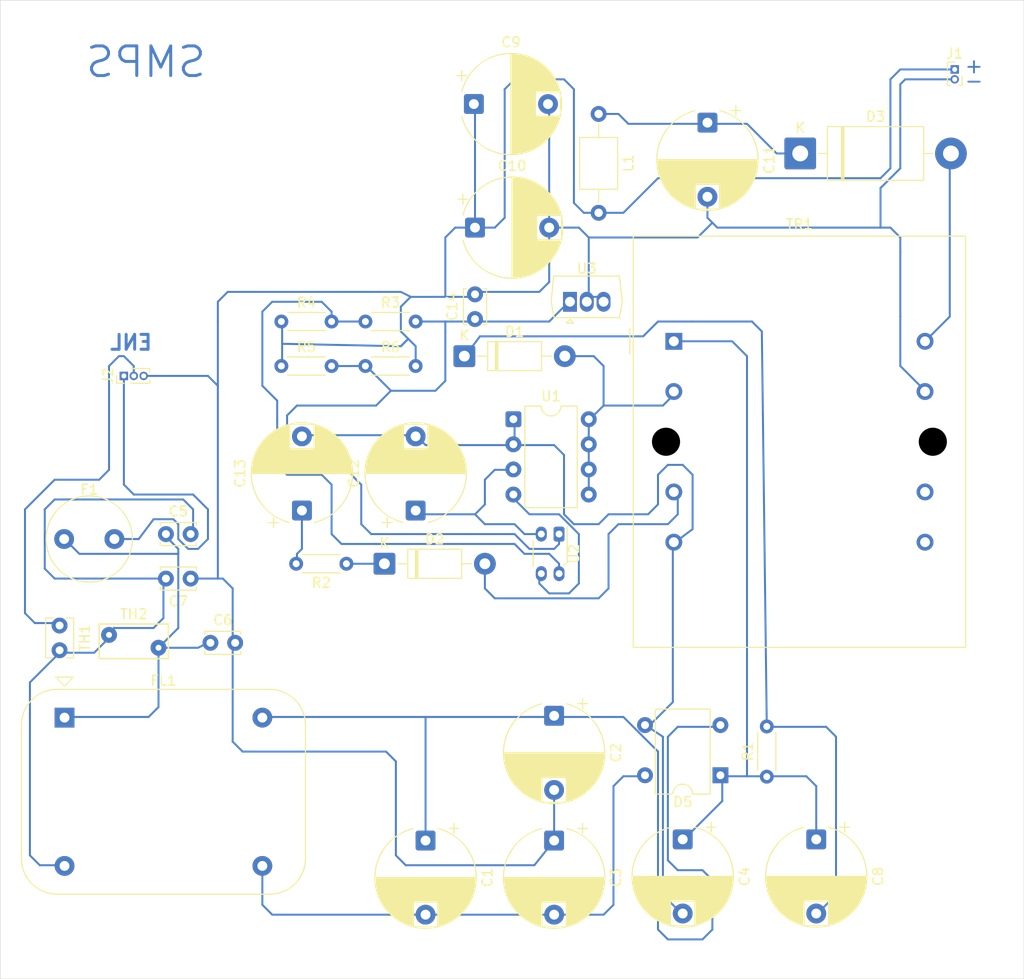
<source format=kicad_pcb>
(kicad_pcb (version 20241229) (generator "pcbnew") (generator_version "9.0")
  (layers (0 "F.Cu" signal) (2 "B.Cu" signal) (13 "F.Paste" user) (15 "B.Paste" user) (5 "F.SilkS" user "F.Silkscreen") (7 "B.SilkS" user "B.Silkscreen") (1 "F.Mask" user) (3 "B.Mask" user) (25 "Edge.Cuts" user))
  (net 0 "")
  (net 1 "Net-(C1-Pad1)")
  (net 2 "Net-(C1-Pad2)")
  (net 3 "Earth")
  (net 4 "Net-(D5-+)")
  (net 5 "Net-(D5--)")
  (net 6 "Net-(C5-Pad1)")
  (net 7 "Net-(C5-Pad2)")
  (net 8 "Net-(D1-K)")
  (net 9 "Net-(J1-Pin_1)")
  (net 10 "Net-(D3-K)")
  (net 11 "Net-(U1-FB)")
  (net 12 "Net-(C13-Pad1)")
  (net 13 "Net-(U3-K)")
  (net 14 "Net-(D1-A)")
  (net 15 "Net-(D2-A)")
  (net 16 "Net-(D2-K)")
  (net 17 "Net-(D3-A)")
  (net 18 "Net-(J2-Pin_1)")
  (net 19 "Net-(J2-Pin_2)")
  (net 20 "Net-(R3-Pad1)")
  (net 23 "Net-(U1-VDD)")
  (footprint "Capacitor_THT:CP_Radial_D10.0mm_P7.50mm" (layer "F.Cu") (at 157 121.382323 -90)
    (property "Reference" "C8" (at 3.75 -6.25 90) (layer "F.SilkS"))
    (property "Value" "C_Small")
    (pad "1" thru_hole roundrect (at 0 0 270) (size 2 2) (drill 1) (layers "*.Cu" "*.Mask") (roundrect_rratio 0.125) (net 4 "Net-(D5-+)"))
    (pad "2" thru_hole circle (at 7.5 0 270) (size 2 2) (drill 1) (layers "*.Cu" "*.Mask") (net 8 "Net-(D1-K)"))
  )
  (footprint "Capacitor_THT:C_Disc_D3.4mm_W2.1mm_P2.50mm" (layer "F.Cu") (at 95.75 101.5)
    (property "Reference" "C6" (at 1.25 -2.3 0) (layer "F.SilkS"))
    (property "Value" "C_Small")
    (pad "1" thru_hole circle (at 0 0) (size 1.6 1.6) (drill 0.8) (layers "*.Cu" "*.Mask") (net 6 "Net-(C5-Pad1)"))
    (pad "2" thru_hole circle (at 2.5 0) (size 1.6 1.6) (drill 0.8) (layers "*.Cu" "*.Mask") (net 3 "Earth"))
  )
  (footprint "Capacitor_THT:CP_Radial_D10.0mm_P7.50mm" (layer "F.Cu") (at 143.5 121.382323 -90)
    (property "Reference" "C4" (at 3.75 -6.25 90) (layer "F.SilkS"))
    (property "Value" "C_Polarized_US")
    (pad "1" thru_hole roundrect (at 0 0 270) (size 2 2) (drill 1) (layers "*.Cu" "*.Mask") (roundrect_rratio 0.125) (net 4 "Net-(D5-+)"))
    (pad "2" thru_hole circle (at 7.5 0 270) (size 2 2) (drill 1) (layers "*.Cu" "*.Mask") (net 5 "Net-(D5--)"))
  )
  (footprint "Diode_THT:D_DO-41_SOD81_P10.16mm_Horizontal" (layer "F.Cu") (at 113.34 93.5)
    (property "Reference" "D2" (at 5.08 -2.47 0) (layer "F.SilkS"))
    (property "Value" "1N4936")
    (fp_text user "K" (at 0 -2.1 0) (layer "F.SilkS"))
    (pad "1" thru_hole roundrect (at 0 0) (size 2.2 2.2) (drill 1.1) (layers "*.Cu" "*.Mask") (roundrect_rratio 0.113636) (net 16 "Net-(D2-K)"))
    (pad "2" thru_hole circle (at 10.16 0) (size 2.2 2.2) (drill 1.1) (layers "*.Cu" "*.Mask") (net 15 "Net-(D2-A)"))
  )
  (footprint "OptoDevice:Everlight_ITR8307F43" (layer "F.Cu") (at 131 90.5 180)
    (property "Reference" "U2" (at -1.5 -2 90) (layer "F.SilkS"))
    (property "Value" "GP2S700HCP")
    (pad "1" thru_hole roundrect (at 0 0 180) (size 1.1 1.5) (drill 0.7) (layers "*.Cu" "*.Mask") (roundrect_rratio 0.227) (net 13 "Net-(U3-K)"))
    (pad "2" thru_hole oval (at 0 -4 180) (size 1.1 1.5) (drill 0.7) (layers "*.Cu" "*.Mask") (net 20 "Net-(R3-Pad1)"))
    (pad "3" thru_hole oval (at 1.8 0 180) (size 1.1 1.5) (drill 0.7) (layers "*.Cu" "*.Mask") (net 11 "Net-(U1-FB)"))
    (pad "4" thru_hole oval (at 1.8 -4 180) (size 1.1 1.5) (drill 0.7) (layers "*.Cu" "*.Mask") (net 23 "Net-(U1-VDD)"))
  )
  (footprint "Capacitor_THT:CP_Radial_D10.0mm_P7.50mm" (layer "F.Cu") (at 122.5 59.5)
    (property "Reference" "C10" (at 3.75 -6.25 0) (layer "F.SilkS"))
    (property "Value" "C_Small")
    (pad "1" thru_hole roundrect (at 0 0) (size 2 2) (drill 1) (layers "*.Cu" "*.Mask") (roundrect_rratio 0.125) (net 9 "Net-(J1-Pin_1)"))
    (pad "2" thru_hole circle (at 7.5 0) (size 2 2) (drill 1) (layers "*.Cu" "*.Mask") (net 3 "Earth"))
  )
  (footprint "Capacitor_THT:CP_Radial_D10.0mm_P7.50mm" (layer "F.Cu") (at 146 48.882323 -90)
    (property "Reference" "C11" (at 3.75 -6.25 90) (layer "F.SilkS"))
    (property "Value" "C_Small")
    (pad "1" thru_hole roundrect (at 0 0 270) (size 2 2) (drill 1) (layers "*.Cu" "*.Mask") (roundrect_rratio 0.125) (net 10 "Net-(D3-K)"))
    (pad "2" thru_hole circle (at 7.5 0 270) (size 2 2) (drill 1) (layers "*.Cu" "*.Mask") (net 3 "Earth"))
  )
  (footprint "Resistor_THT:R_Axial_DIN0204_L3.6mm_D1.6mm_P5.08mm_Horizontal" (layer "F.Cu") (at 102.92 69)
    (property "Reference" "R4" (at 2.54 -1.92 0) (layer "F.SilkS"))
    (property "Value" "R_Small_US")
    (pad "1" thru_hole circle (at 0 0) (size 1.4 1.4) (drill 0.7) (layers "*.Cu" "*.Mask") (net 9 "Net-(J1-Pin_1)"))
    (pad "2" thru_hole circle (at 5.08 0) (size 1.4 1.4) (drill 0.7) (layers "*.Cu" "*.Mask") (net 20 "Net-(R3-Pad1)"))
  )
  (footprint "Diode_THT:Diode_Bridge_DIP-4_W7.62mm_P5.08mm" (layer "F.Cu") (at 147.31 114.9 180)
    (property "Reference" "D5" (at 3.8 -2.7 0) (layer "F.SilkS"))
    (property "Value" "KBPC3501W")
    (pad "1" thru_hole rect (at 0 0 180) (size 1.6 1.6) (drill 0.8) (layers "*.Cu" "*.Mask") (net 4 "Net-(D5-+)"))
    (pad "2" thru_hole oval (at 0 5.08 180) (size 1.6 1.6) (drill 0.8) (layers "*.Cu" "*.Mask") (net 1 "Net-(C1-Pad1)"))
    (pad "3" thru_hole oval (at 7.62 5.08 180) (size 1.6 1.6) (drill 0.8) (layers "*.Cu" "*.Mask") (net 5 "Net-(D5--)"))
    (pad "4" thru_hole oval (at 7.62 0 180) (size 1.6 1.6) (drill 0.8) (layers "*.Cu" "*.Mask") (net 2 "Net-(C1-Pad2)"))
  )
  (footprint "Transformer_THT:Transformer_Triad_VPP16-310" (layer "F.Cu") (at 142.6 71)
    (property "Reference" "TR1" (at 12.7 -11.84 0) (layer "F.SilkS"))
    (property "Value" "Triad_VPP16-310")
    (pad "" np_thru_hole circle (at -0.7874 10.16) (size 2.8448 2.8448) (drill 2.8448) (layers "*.Mask"))
    (pad "" np_thru_hole circle (at 26.1874 10.16) (size 2.8448 2.8448) (drill 2.8448) (layers "*.Mask"))
    (pad "1" thru_hole rect (at 0 0) (size 1.7 1.7) (drill 1) (layers "*.Cu" "*.Mask") (net 4 "Net-(D5-+)"))
    (pad "3" thru_hole circle (at 0 5.08) (size 1.7 1.7) (drill 1) (layers "*.Cu" "*.Mask") (net 14 "Net-(D1-A)"))
    (pad "4" thru_hole circle (at 0 15.24) (size 1.7 1.7) (drill 1) (layers "*.Cu" "*.Mask") (net 15 "Net-(D2-A)"))
    (pad "6" thru_hole circle (at 0 20.32) (size 1.7 1.7) (drill 1) (layers "*.Cu" "*.Mask") (net 5 "Net-(D5--)"))
    (pad "7" thru_hole circle (at 25.4 0) (size 1.7 1.7) (drill 1) (layers "*.Cu" "*.Mask") (net 17 "Net-(D3-A)"))
    (pad "9" thru_hole circle (at 25.4 5.08) (size 1.7 1.7) (drill 1) (layers "*.Cu" "*.Mask") (net 3 "Earth"))
    (pad "10" thru_hole circle (at 25.4 15.24) (size 1.7 1.7) (drill 1) (layers "*.Cu" "*.Mask"))
    (pad "12" thru_hole circle (at 25.4 20.32) (size 1.7 1.7) (drill 1) (layers "*.Cu" "*.Mask"))
  )
  (footprint "Resistor_THT:R_Axial_DIN0204_L3.6mm_D1.6mm_P5.08mm_Horizontal" (layer "F.Cu") (at 102.92 73.5)
    (property "Reference" "R5" (at 2.54 -1.92 0) (layer "F.SilkS"))
    (property "Value" "R_Small_US")
    (pad "1" thru_hole circle (at 0 0) (size 1.4 1.4) (drill 0.7) (layers "*.Cu" "*.Mask") (net 9 "Net-(J1-Pin_1)"))
    (pad "2" thru_hole circle (at 5.08 0) (size 1.4 1.4) (drill 0.7) (layers "*.Cu" "*.Mask") (net 13 "Net-(U3-K)"))
  )
  (footprint "Fuse:Fuse_Littelfuse_372_D8.50mm" (layer "F.Cu") (at 80.96 91)
    (property "Reference" "F1" (at 2.54 -5 0) (layer "F.SilkS"))
    (property "Value" "Fuse")
    (pad "1" thru_hole circle (at 0 0) (size 2 2) (drill 1) (layers "*.Cu" "*.Mask") (net 6 "Net-(C5-Pad1)"))
    (pad "2" thru_hole circle (at 5.08 0) (size 2 2) (drill 1) (layers "*.Cu" "*.Mask") (net 18 "Net-(J2-Pin_1)"))
  )
  (footprint "Capacitor_THT:CP_Radial_D10.0mm_P7.50mm" (layer "F.Cu") (at 105 88.117677 90)
    (property "Reference" "C13" (at 3.75 -6.25 90) (layer "F.SilkS"))
    (property "Value" "C_Polarized_US")
    (pad "1" thru_hole roundrect (at 0 0 90) (size 2 2) (drill 1) (layers "*.Cu" "*.Mask") (roundrect_rratio 0.125) (net 12 "Net-(C13-Pad1)"))
    (pad "2" thru_hole circle (at 7.5 0 90) (size 2 2) (drill 1) (layers "*.Cu" "*.Mask") (net 5 "Net-(D5--)"))
  )
  (footprint "Capacitor_THT:CP_Radial_D10.0mm_P7.50mm" (layer "F.Cu") (at 122.382323 47)
    (property "Reference" "C9" (at 3.75 -6.25 0) (layer "F.SilkS"))
    (property "Value" "C_Polarized_US")
    (pad "1" thru_hole roundrect (at 0 0) (size 2 2) (drill 1) (layers "*.Cu" "*.Mask") (roundrect_rratio 0.125) (net 9 "Net-(J1-Pin_1)"))
    (pad "2" thru_hole circle (at 7.5 0) (size 2 2) (drill 1) (layers "*.Cu" "*.Mask") (net 3 "Earth"))
  )
  (footprint "Capacitor_THT:CP_Radial_D10.0mm_P7.50mm" (layer "F.Cu") (at 130.5 108.882323 -90)
    (property "Reference" "C2" (at 3.75 -6.25 90) (layer "F.SilkS"))
    (property "Value" "C_Small")
    (pad "1" thru_hole roundrect (at 0 0 270) (size 2 2) (drill 1) (layers "*.Cu" "*.Mask") (roundrect_rratio 0.125) (net 1 "Net-(C1-Pad1)"))
    (pad "2" thru_hole circle (at 7.5 0 270) (size 2 2) (drill 1) (layers "*.Cu" "*.Mask") (net 3 "Earth"))
  )
  (footprint "Capacitor_THT:CP_Radial_D10.0mm_P7.50mm" (layer "F.Cu") (at 116.5 88.117677 90)
    (property "Reference" "C12" (at 3.75 -6.25 90) (layer "F.SilkS"))
    (property "Value" "C")
    (pad "1" thru_hole roundrect (at 0 0 90) (size 2 2) (drill 1) (layers "*.Cu" "*.Mask") (roundrect_rratio 0.125) (net 11 "Net-(U1-FB)"))
    (pad "2" thru_hole circle (at 7.5 0 90) (size 2 2) (drill 1) (layers "*.Cu" "*.Mask") (net 5 "Net-(D5--)"))
  )
  (footprint "Resistor_THT:R_Axial_DIN0204_L3.6mm_D1.6mm_P5.08mm_Horizontal" (layer "F.Cu") (at 111.42 73.5)
    (property "Reference" "R6" (at 2.54 -1.92 0) (layer "F.SilkS"))
    (property "Value" "R_Small_US")
    (pad "1" thru_hole circle (at 0 0) (size 1.4 1.4) (drill 0.7) (layers "*.Cu" "*.Mask") (net 13 "Net-(U3-K)"))
    (pad "2" thru_hole circle (at 5.08 0) (size 1.4 1.4) (drill 0.7) (layers "*.Cu" "*.Mask") (net 3 "Earth"))
  )
  (footprint "Connector_PinHeader_1.00mm:PinHeader_1x03_P1.00mm_Vertical" (layer "F.Cu") (at 87 74.5 90)
    (property "Reference" "J2" (at 0 -1.61 90) (layer "F.SilkS"))
    (property "Value" "Conn_01x03_Pin")
    (pad "1" thru_hole rect (at 0 0 90) (size 0.85 0.85) (drill 0.5) (layers "*.Cu" "*.Mask") (net 18 "Net-(J2-Pin_1)"))
    (pad "2" thru_hole circle (at 0 1 90) (size 0.85 0.85) (drill 0.5) (layers "*.Cu" "*.Mask") (net 19 "Net-(J2-Pin_2)"))
    (pad "3" thru_hole circle (at 0 2 90) (size 0.85 0.85) (drill 0.5) (layers "*.Cu" "*.Mask") (net 3 "Earth"))
  )
  (footprint "Capacitor_THT:CP_Radial_D10.0mm_P7.50mm" (layer "F.Cu") (at 117.5 121.5 -90)
    (property "Reference" "C1" (at 3.75 -6.25 90) (layer "F.SilkS"))
    (property "Value" "C_Small")
    (pad "1" thru_hole roundrect (at 0 0 270) (size 2 2) (drill 1) (layers "*.Cu" "*.Mask") (roundrect_rratio 0.125) (net 1 "Net-(C1-Pad1)"))
    (pad "2" thru_hole circle (at 7.5 0 270) (size 2 2) (drill 1) (layers "*.Cu" "*.Mask") (net 2 "Net-(C1-Pad2)"))
  )
  (footprint "Diode_THT:D_DO-201AD_P15.24mm_Horizontal" (layer "F.Cu") (at 155.38 52)
    (property "Reference" "D3" (at 7.62 -3.72 0) (layer "F.SilkS"))
    (property "Value" "1N5822")
    (fp_text user "K" (at 0 -2.6 0) (layer "F.SilkS"))
    (pad "1" thru_hole roundrect (at 0 0) (size 3.2 3.2) (drill 1.6) (layers "*.Cu" "*.Mask") (roundrect_rratio 0.078125) (net 10 "Net-(D3-K)"))
    (pad "2" thru_hole circle (at 15.24 0) (size 3.2 3.2) (drill 1.6) (layers "*.Cu" "*.Mask") (net 17 "Net-(D3-A)"))
  )
  (footprint "Package_TO_SOT_THT:NEC_Molded_7x4x9mm" (layer "F.Cu") (at 132.1 67)
    (property "Reference" "U3" (at 1.7 -3.35 0) (layer "F.SilkS"))
    (property "Value" "TL431D")
    (pad "1" thru_hole rect (at 0 0 180) (size 1.4 2) (drill 1) (layers "*.Cu" "*.Mask") (net 13 "Net-(U3-K)"))
    (pad "2" thru_hole oval (at 1.7 0 180) (size 1.4 2) (drill 1) (layers "*.Cu" "*.Mask") (net 3 "Earth"))
    (pad "3" thru_hole oval (at 3.4 0 180) (size 1.4 2) (drill 1) (layers "*.Cu" "*.Mask") (net 3 "Earth"))
  )
  (footprint "Capacitor_THT:C_Disc_D3.4mm_W2.1mm_P2.50mm" (layer "F.Cu") (at 93.75 95 180)
    (property "Reference" "C7" (at 1.25 -2.3 0) (layer "F.SilkS"))
    (property "Value" "C_Small")
    (pad "1" thru_hole circle (at 0 0 180) (size 1.6 1.6) (drill 0.8) (layers "*.Cu" "*.Mask") (net 3 "Earth"))
    (pad "2" thru_hole circle (at 2.5 0 180) (size 1.6 1.6) (drill 0.8) (layers "*.Cu" "*.Mask") (net 7 "Net-(C5-Pad2)"))
  )
  (footprint "Capacitor_THT:C_Disc_D3.4mm_W2.1mm_P2.50mm" (layer "F.Cu") (at 122.5 68.75 90)
    (property "Reference" "C14" (at 1.25 -2.3 90) (layer "F.SilkS"))
    (property "Value" "C")
    (pad "1" thru_hole circle (at 0 0 90) (size 1.6 1.6) (drill 0.8) (layers "*.Cu" "*.Mask") (net 13 "Net-(U3-K)"))
    (pad "2" thru_hole circle (at 2.5 0 90) (size 1.6 1.6) (drill 0.8) (layers "*.Cu" "*.Mask") (net 3 "Earth"))
  )
  (footprint "Varistor:RV_Disc_D7mm_W3.5mm_P5mm" (layer "F.Cu") (at 90.5 102 180)
    (property "Reference" "TH2" (at 2.5 3.4 0) (layer "F.SilkS"))
    (property "Value" "Thermistor_NTC")
    (pad "1" thru_hole circle (at 0 0 180) (size 1.6 1.6) (drill 0.6) (layers "*.Cu" "*.Mask") (net 6 "Net-(C5-Pad1)"))
    (pad "2" thru_hole circle (at 5 1.3 180) (size 1.6 1.6) (drill 0.6) (layers "*.Cu" "*.Mask") (net 7 "Net-(C5-Pad2)"))
  )
  (footprint "Capacitor_THT:CP_Radial_D10.0mm_P7.50mm" (layer "F.Cu") (at 130.5 121.5 -90)
    (property "Reference" "C3" (at 3.75 -6.25 90) (layer "F.SilkS"))
    (property "Value" "C_Small")
    (pad "1" thru_hole roundrect (at 0 0 270) (size 2 2) (drill 1) (layers "*.Cu" "*.Mask") (roundrect_rratio 0.125) (net 3 "Earth"))
    (pad "2" thru_hole circle (at 7.5 0 270) (size 2 2) (drill 1) (layers "*.Cu" "*.Mask") (net 2 "Net-(C1-Pad2)"))
  )
  (footprint "Package_DIP:DIP-8_W7.62mm" (layer "F.Cu") (at 126.38 78.88)
    (property "Reference" "U1" (at 3.81 -2.33 0) (layer "F.SilkS"))
    (property "Value" "VIPer22AS")
    (pad "1" thru_hole roundrect (at 0 0) (size 1.6 1.6) (drill 0.8) (layers "*.Cu" "*.Mask") (roundrect_rratio 0.15625) (net 5 "Net-(D5--)"))
    (pad "2" thru_hole circle (at 0 2.54) (size 1.6 1.6) (drill 0.8) (layers "*.Cu" "*.Mask") (net 5 "Net-(D5--)"))
    (pad "3" thru_hole circle (at 0 5.08) (size 1.6 1.6) (drill 0.8) (layers "*.Cu" "*.Mask") (net 11 "Net-(U1-FB)"))
    (pad "4" thru_hole circle (at 0 7.62) (size 1.6 1.6) (drill 0.8) (layers "*.Cu" "*.Mask") (net 23 "Net-(U1-VDD)"))
    (pad "5" thru_hole circle (at 7.62 7.62) (size 1.6 1.6) (drill 0.8) (layers "*.Cu" "*.Mask") (net 14 "Net-(D1-A)"))
    (pad "6" thru_hole circle (at 7.62 5.08) (size 1.6 1.6) (drill 0.8) (layers "*.Cu" "*.Mask") (net 14 "Net-(D1-A)"))
    (pad "7" thru_hole circle (at 7.62 2.54) (size 1.6 1.6) (drill 0.8) (layers "*.Cu" "*.Mask") (net 14 "Net-(D1-A)"))
    (pad "8" thru_hole circle (at 7.62 0) (size 1.6 1.6) (drill 0.8) (layers "*.Cu" "*.Mask") (net 14 "Net-(D1-A)"))
  )
  (footprint "Resistor_THT:R_Axial_DIN0204_L3.6mm_D1.6mm_P5.08mm_Horizontal" (layer "F.Cu") (at 111.42 69)
    (property "Reference" "R3" (at 2.54 -1.92 0) (layer "F.SilkS"))
    (property "Value" "R_Small_US")
    (pad "1" thru_hole circle (at 0 0) (size 1.4 1.4) (drill 0.7) (layers "*.Cu" "*.Mask") (net 20 "Net-(R3-Pad1)"))
    (pad "2" thru_hole circle (at 5.08 0) (size 1.4 1.4) (drill 0.7) (layers "*.Cu" "*.Mask") (net 13 "Net-(U3-K)"))
  )
  (footprint "Connector_PinHeader_1.00mm:PinHeader_1x02_P1.00mm_Vertical" (layer "F.Cu") (at 171 43.5)
    (property "Reference" "J1" (at 0 -1.61 0) (layer "F.SilkS"))
    (property "Value" "Conn_01x02_Pin")
    (pad "1" thru_hole rect (at 0 0) (size 0.85 0.85) (drill 0.5) (layers "*.Cu" "*.Mask") (net 9 "Net-(J1-Pin_1)"))
    (pad "2" thru_hole circle (at 0 1) (size 0.85 0.85) (drill 0.5) (layers "*.Cu" "*.Mask") (net 3 "Earth"))
  )
  (footprint "Capacitor_THT:C_Disc_D3.8mm_W2.6mm_P2.50mm" (layer "F.Cu") (at 80.5 99.75 -90)
    (property "Reference" "TH1" (at 1.25 -2.55 90) (layer "F.SilkS"))
    (property "Value" "Thermistor_NTC")
    (pad "1" thru_hole circle (at 0 0 270) (size 1.6 1.6) (drill 0.8) (layers "*.Cu" "*.Mask") (net 19 "Net-(J2-Pin_2)"))
    (pad "2" thru_hole circle (at 2.5 0 270) (size 1.6 1.6) (drill 0.8) (layers "*.Cu" "*.Mask") (net 7 "Net-(C5-Pad2)"))
  )
  (footprint "Filter:Filter_FILTERCON_1FPxx" (layer "F.Cu") (at 81 109.0675)
    (property "Reference" "FL1" (at 10 -3.75 0) (layer "F.SilkS"))
    (property "Value" "Filter_EMI_LL")
    (pad "1" thru_hole rect (at 0 0) (size 2 2) (drill 1) (layers "*.Cu" "*.Mask") (net 6 "Net-(C5-Pad1)"))
    (pad "2" thru_hole circle (at 20 0) (size 2 2) (drill 1) (layers "*.Cu" "*.Mask") (net 1 "Net-(C1-Pad1)"))
    (pad "3" thru_hole circle (at 0 15) (size 2 2) (drill 1) (layers "*.Cu" "*.Mask") (net 7 "Net-(C5-Pad2)"))
    (pad "4" thru_hole circle (at 20 15) (size 2 2) (drill 1) (layers "*.Cu" "*.Mask") (net 2 "Net-(C1-Pad2)"))
  )
  (footprint "Resistor_THT:R_Axial_DIN0204_L3.6mm_D1.6mm_P5.08mm_Horizontal" (layer "F.Cu") (at 109.5 93.5 180)
    (property "Reference" "R2" (at 2.54 -1.92 0) (layer "F.SilkS"))
    (property "Value" "R_Small_US")
    (pad "1" thru_hole circle (at 0 0 180) (size 1.4 1.4) (drill 0.7) (layers "*.Cu" "*.Mask") (net 16 "Net-(D2-K)"))
    (pad "2" thru_hole circle (at 5.08 0 180) (size 1.4 1.4) (drill 0.7) (layers "*.Cu" "*.Mask") (net 12 "Net-(C13-Pad1)"))
  )
  (footprint "Diode_THT:D_DO-41_SOD81_P10.16mm_Horizontal" (layer "F.Cu") (at 121.42 72.5)
    (property "Reference" "D1" (at 5.08 -2.47 0) (layer "F.SilkS"))
    (property "Value" "1N4936")
    (fp_text user "K" (at 0 -2.1 0) (layer "F.SilkS"))
    (pad "1" thru_hole roundrect (at 0 0) (size 2.2 2.2) (drill 1.1) (layers "*.Cu" "*.Mask") (roundrect_rratio 0.113636) (net 8 "Net-(D1-K)"))
    (pad "2" thru_hole circle (at 10.16 0) (size 2.2 2.2) (drill 1.1) (layers "*.Cu" "*.Mask") (net 14 "Net-(D1-A)"))
  )
  (footprint "Inductor_THT:L_Axial_L5.0mm_D3.6mm_P10.00mm_Horizontal_Murata_BL01RN1A2A2" (layer "F.Cu") (at 135 48 -90)
    (property "Reference" "L1" (at 5 -3 90) (layer "F.SilkS"))
    (property "Value" "L")
    (pad "1" thru_hole circle (at 0 0 270) (size 1.6 1.6) (drill 0.85) (layers "*.Cu" "*.Mask") (net 10 "Net-(D3-K)"))
    (pad "2" thru_hole oval (at 10 0 270) (size 1.6 1.6) (drill 0.85) (layers "*.Cu" "*.Mask") (net 9 "Net-(J1-Pin_1)"))
  )
  (footprint "Resistor_THT:R_Axial_DIN0204_L3.6mm_D1.6mm_P5.08mm_Horizontal" (layer "F.Cu") (at 152 115.04 90)
    (property "Reference" "R1" (at 2.54 -1.92 90) (layer "F.SilkS"))
    (property "Value" "R_Small")
    (pad "1" thru_hole circle (at 0 0 90) (size 1.4 1.4) (drill 0.7) (layers "*.Cu" "*.Mask") (net 4 "Net-(D5-+)"))
    (pad "2" thru_hole circle (at 5.08 0 90) (size 1.4 1.4) (drill 0.7) (layers "*.Cu" "*.Mask") (net 8 "Net-(D1-K)"))
  )
  (footprint "Capacitor_THT:C_Disc_D3.4mm_W2.1mm_P2.50mm" (layer "F.Cu") (at 91.25 90.5)
    (property "Reference" "C5" (at 1.25 -2.3 0) (layer "F.SilkS"))
    (property "Value" "C_Small")
    (pad "1" thru_hole circle (at 0 0) (size 1.6 1.6) (drill 0.8) (layers "*.Cu" "*.Mask") (net 6 "Net-(C5-Pad1)"))
    (pad "2" thru_hole circle (at 2.5 0) (size 1.6 1.6) (drill 0.8) (layers "*.Cu" "*.Mask") (net 7 "Net-(C5-Pad2)"))
  )
  (gr_line (start 124.5 84) (end 126 84) (stroke (width 0.2)) (layer "B.Cu") (net 11))
  (gr_line (start 131 88.5) (end 128 88.5) (stroke (width 0.2)) (layer "B.Cu") (net 23))
  (gr_line (start 131 93.5) (end 130 92.5) (stroke (width 0.2)) (layer "B.Cu") (net 20))
  (gr_line (start 143 88.5) (end 143 86) (stroke (width 0.2)) (layer "B.Cu") (net 15))
  (gr_line (start 88 73.5) (end 88 74.5) (stroke (width 0.2)) (layer "B.Cu") (net 19))
  (gr_line (start 107 84.5) (end 103.5 84.5) (stroke (width 0.2)) (layer "B.Cu") (net 20))
  (gr_line (start 129 95.5) (end 130 96.5) (stroke (width 0.2)) (layer "B.Cu") (net 23))
  (gr_line (start 123 70.5) (end 134.5 70.5) (stroke (width 0.2)) (layer "B.Cu") (net 8))
  (gr_line (start 114 76) (end 118.5 76) (stroke (width 0.2)) (layer "B.Cu") (net 13))
  (gr_line (start 132.5 57) (end 133.5 58) (stroke (width 0.2)) (layer "B.Cu") (net 9))
  (gr_line (start 91 95) (end 81 95) (stroke (width 0.2)) (layer "B.Cu") (net 7))
  (gr_line (start 85.5 84) (end 85.5 73.5) (stroke (width 0.2)) (layer "B.Cu") (net 19))
  (gr_line (start 105 88) (end 105 92) (stroke (width 0.2)) (layer "B.Cu") (net 12))
  (gr_line (start 130 47) (end 130 59.5) (stroke (width 0.2)) (layer "B.Cu") (net 3))
  (gr_line (start 88 86.5) (end 94 86.5) (stroke (width 0.2)) (layer "B.Cu") (net 18))
  (gr_line (start 91 99) (end 91 95) (stroke (width 0.2)) (layer "B.Cu") (net 7))
  (gr_line (start 131.5 44.5) (end 132.5 45.5) (stroke (width 0.2)) (layer "B.Cu") (net 9))
  (gr_line (start 163.5 55.5) (end 163.5 59.5) (stroke (width 0.2)) (layer "B.Cu") (net 3))
  (gr_line (start 153 52) (end 150 49) (stroke (width 0.2)) (layer "B.Cu") (net 10))
  (gr_line (start 112.5 77.5) (end 114 76) (stroke (width 0.2)) (layer "B.Cu") (net 13))
  (gr_line (start 132 96.5) (end 133 95.5) (stroke (width 0.2)) (layer "B.Cu") (net 23))
  (gr_line (start 99 112.5) (end 113.5 112.5) (stroke (width 0.2)) (layer "B.Cu") (net 3))
  (gr_line (start 141.5 111) (end 141.5 127) (stroke (width 0.2)) (layer "B.Cu") (net 5))
  (gr_line (start 84.5 85) (end 85.5 84) (stroke (width 0.2)) (layer "B.Cu") (net 19))
  (gr_line (start 133 59.5) (end 134 60.5) (stroke (width 0.2)) (layer "B.Cu") (net 3))
  (gr_line (start 115 71.5) (end 115.75 70.75) (stroke (width 0.2)) (layer "B.Cu"))
  (gr_line (start 108 68) (end 108 69) (stroke (width 0.2)) (layer "B.Cu") (net 20))
  (gr_line (start 103.5 83) (end 103.5 78.5) (stroke (width 0.2)) (layer "B.Cu") (net 13))
  (gr_line (start 82.5 92.5) (end 92.5 92.5) (stroke (width 0.2)) (layer "B.Cu") (net 6))
  (gr_line (start 92.5 89.5) (end 92.5 91) (stroke (width 0.2)) (layer "B.Cu") (net 18))
  (gr_line (start 116 66.5) (end 122.5 66.5) (stroke (width 0.2)) (layer "B.Cu") (net 3))
  (gr_line (start 109 83.5) (end 104 83.5) (stroke (width 0.2)) (layer "B.Cu") (net 13))
  (gr_line (start 122.5 47) (end 122.5 59.5) (stroke (width 0.2)) (layer "B.Cu") (net 9))
  (gr_line (start 108 90.5) (end 108 85.5) (stroke (width 0.2)) (layer "B.Cu") (net 20))
  (gr_line (start 134 81.5) (end 134 79) (stroke (width 0.2)) (layer "B.Cu") (net 14))
  (gr_line (start 97.5 66) (end 115 66) (stroke (width 0.2)) (layer "B.Cu") (net 3))
  (gr_line (start 132.5 45.5) (end 132.5 57) (stroke (width 0.2)) (layer "B.Cu") (net 9))
  (gr_line (start 164.5 53.5) (end 164.5 44.5) (stroke (width 0.2)) (layer "B.Cu") (net 9))
  (gr_line (start 135 97) (end 136 96) (stroke (width 0.2)) (layer "B.Cu") (net 15))
  (gr_line (start 123.5 89.5) (end 122.5 88.5) (stroke (width 0.2)) (layer "B.Cu") (net 11))
  (gr_line (start 117.5 129) (end 102 129) (stroke (width 0.2)) (layer "B.Cu") (net 2))
  (gr_line (start 102.5 79) (end 102.5 77) (stroke (width 0.2)) (layer "B.Cu") (net 20))
  (gr_line (start 152 110) (end 151.5 70) (stroke (width 0.2)) (layer "B.Cu") (net 8))
  (gr_line (start 77 88) (end 80 85) (stroke (width 0.2)) (layer "B.Cu") (net 19))
  (gr_line (start 131.5 72.5) (end 134.5 72.5) (stroke (width 0.2)) (layer "B.Cu") (net 14))
  (gr_line (start 147.5 117.5) (end 147.5 115) (stroke (width 0.2)) (layer "B.Cu") (net 4))
  (gr_line (start 142 111) (end 143 110) (stroke (width 0.2)) (layer "B.Cu") (net 1))
  (gr_line (start 121.5 72.5) (end 123 70.5) (stroke (width 0.2)) (layer "B.Cu") (net 8))
  (gr_line (start 129 94.5) (end 129 95.5) (stroke (width 0.2)) (layer "B.Cu") (net 23))
  (gr_line (start 137.5 115) (end 139.5 115) (stroke (width 0.2)) (layer "B.Cu") (net 2))
  (gr_line (start 132.5 89.5) (end 135 89.5) (stroke (width 0.2)) (layer "B.Cu") (net 5))
  (gr_line (start 146 56.5) (end 146 58.5) (stroke (width 0.2)) (layer "B.Cu") (net 3))
  (gr_line (start 131.5 88.5) (end 132.5 89.5) (stroke (width 0.2)) (layer "B.Cu") (net 5))
  (gr_line (start 108 73.5) (end 111.5 73.5) (stroke (width 0.2)) (layer "B.Cu") (net 13))
  (gr_line (start 146.5 130.5) (end 146.5 125.5) (stroke (width 0.2)) (layer "B.Cu") (net 1))
  (gr_line (start 104.5 92.5) (end 104.5 93.5) (stroke (width 0.2)) (layer "B.Cu") (net 12))
  (gr_line (start 157 116) (end 156 115) (stroke (width 0.2)) (layer "B.Cu") (net 4))
  (gr_line (start 102 67) (end 107 67) (stroke (width 0.2)) (layer "B.Cu") (net 20))
  (gr_line (start 96.5 69) (end 96.5 67) (stroke (width 0.2)) (layer "B.Cu") (net 3))
  (gr_line (start 130.5 121.5) (end 130.5 116.5) (stroke (width 0.2)) (layer "B.Cu") (net 3))
  (gr_line (start 116.5 69) (end 122.5 69) (stroke (width 0.2)) (layer "B.Cu") (net 13))
  (gr_line (start 80.5 99.5) (end 78 99.5) (stroke (width 0.2)) (layer "B.Cu") (net 19))
  (gr_line (start 137.5 58) (end 141 54.5) (stroke (width 0.2)) (layer "B.Cu") (net 9))
  (gr_line (start 141 112.5) (end 137.5 109) (stroke (width 0.2)) (layer "B.Cu") (net 1))
  (gr_line (start 114.5 113.5) (end 114.5 123) (stroke (width 0.2)) (layer "B.Cu") (net 3))
  (gr_line (start 107 67) (end 108 68) (stroke (width 0.2)) (layer "B.Cu") (net 20))
  (gr_line (start 130 96.5) (end 132 96.5) (stroke (width 0.2)) (layer "B.Cu") (net 23))
  (gr_line (start 127.5 90.5) (end 126.5 89.5) (stroke (width 0.2)) (layer "B.Cu") (net 11))
  (gr_line (start 119.5 75) (end 119.5 70) (stroke (width 0.2)) (layer "B.Cu") (net 13))
  (gr_line (start 108.5 73.5) (end 108 73.5) (stroke (width 0.2)) (layer "B.Cu") (net 13))
  (gr_line (start 119.5 70) (end 119.5 69) (stroke (width 0.2)) (layer "B.Cu") (net 13))
  (gr_line (start 89.5 109) (end 90.5 108) (stroke (width 0.2)) (layer "B.Cu") (net 6))
  (gr_line (start 103 69) (end 103 73.5) (stroke (width 0.2)) (layer "B.Cu") (net 9))
  (gr_line (start 155.5 52) (end 153 52) (stroke (width 0.2)) (layer "B.Cu") (net 10))
  (gr_line (start 126.5 44.5) (end 131.5 44.5) (stroke (width 0.2)) (layer "B.Cu") (net 9))
  (gr_line (start 102.5 77) (end 101 75.5) (stroke (width 0.2)) (layer "B.Cu") (net 20))
  (gr_line (start 90.5 102) (end 94.5 102) (stroke (width 0.2)) (layer "B.Cu") (net 6))
  (gr_line (start 80 87) (end 93 87) (stroke (width 0.2)) (layer "B.Cu") (net 7))
  (gr_line (start 143.5 121.5) (end 147.5 117.5) (stroke (width 0.2)) (layer "B.Cu") (net 4))
  (gr_line (start 87 72.5) (end 88 73.5) (stroke (width 0.2)) (layer "B.Cu") (net 19))
  (gr_line (start 88.5 91) (end 90 89) (stroke (width 0.2)) (layer "B.Cu") (net 18))
  (gr_line (start 170.5 68.5) (end 170.5 52) (stroke (width 0.2)) (layer "B.Cu") (net 17))
  (gr_line (start 168 71) (end 170.5 68.5) (stroke (width 0.2)) (layer "B.Cu") (net 17))
  (gr_line (start 141.5 111) (end 140 110) (stroke (width 0.2)) (layer "B.Cu") (net 5))
  (gr_line (start 108 85.5) (end 107 84.5) (stroke (width 0.2)) (layer "B.Cu") (net 20))
  (gr_line (start 93.5 92) (end 94.5 92) (stroke (width 0.2)) (layer "B.Cu") (net 18))
  (gr_line (start 137 89.5) (end 142 89.5) (stroke (width 0.2)) (layer "B.Cu") (net 15))
  (gr_line (start 102.5 83.5) (end 102.5 79) (stroke (width 0.2)) (layer "B.Cu") (net 20))
  (gr_line (start 141 54.5) (end 163.5 54.5) (stroke (width 0.2)) (layer "B.Cu") (net 9))
  (gr_line (start 143.5 83.5) (end 144.5 84.5) (stroke (width 0.2)) (layer "B.Cu") (net 5))
  (gr_line (start 86.5 72.5) (end 87 72.5) (stroke (width 0.2)) (layer "B.Cu") (net 19))
  (gr_line (start 97.5 66) (end 96.5 67) (stroke (width 0.2)) (layer "B.Cu") (net 3))
  (gr_line (start 124.5 97) (end 135 97) (stroke (width 0.2)) (layer "B.Cu") (net 15))
  (gr_line (start 79 88) (end 80 87) (stroke (width 0.2)) (layer "B.Cu") (net 7))
  (gr_line (start 127.5 92.5) (end 126.5 91.5) (stroke (width 0.2)) (layer "B.Cu") (net 20))
  (gr_line (start 141 112.5) (end 141 120) (stroke (width 0.2)) (layer "B.Cu") (net 1))
  (gr_line (start 87 74.5) (end 87 85.5) (stroke (width 0.2)) (layer "B.Cu") (net 18))
  (gr_line (start 125.5 45.5) (end 126.5 44.5) (stroke (width 0.2)) (layer "B.Cu") (net 9))
  (gr_line (start 112.5 91.5) (end 109 91.5) (stroke (width 0.2)) (layer "B.Cu") (net 20))
  (gr_line (start 141 130.5) (end 142 131.5) (stroke (width 0.2)) (layer "B.Cu") (net 1))
  (gr_line (start 123.5 85) (end 123.5 87.5) (stroke (width 0.2)) (layer "B.Cu") (net 11))
  (gr_line (start 128 92) (end 126.5 90.5) (stroke (width 0.2)) (layer "B.Cu") (net 13))
  (gr_line (start 135 89.5) (end 136 88.5) (stroke (width 0.2)) (layer "B.Cu") (net 5))
  (gr_line (start 90.5 108) (end 90.5 102) (stroke (width 0.2)) (layer "B.Cu") (net 6))
  (gr_line (start 92.5 100) (end 92.5 92) (stroke (width 0.2)) (layer "B.Cu") (net 6))
  (gr_line (start 133.5 58) (end 135 58) (stroke (width 0.2)) (layer "B.Cu") (net 9))
  (gr_line (start 101 68) (end 102 67) (stroke (width 0.2)) (layer "B.Cu") (net 20))
  (gr_line (start 122.5 69) (end 130 69) (stroke (width 0.2)) (layer "B.Cu") (net 13))
  (gr_line (start 103 71.25) (end 115 71.5) (stroke (width 0.2)) (layer "B.Cu") (net 9))
  (gr_line (start 123.5 96) (end 124.5 97) (stroke (width 0.2)) (layer "B.Cu") (net 15))
  (gr_line (start 133 90.5) (end 131 88.5) (stroke (width 0.2)) (layer "B.Cu") (net 23))
  (gr_line (start 142 131.5) (end 145.5 131.5) (stroke (width 0.2)) (layer "B.Cu") (net 1))
  (gr_line (start 166.5 44.5) (end 166 44.5) (stroke (width 0.2)) (layer "B.Cu") (net 3))
  (gr_line (start 130 59.5) (end 133 59.5) (stroke (width 0.2)) (layer "B.Cu") (net 3))
  (gr_line (start 141.5 77.5) (end 142.5 76.5) (stroke (width 0.2)) (layer "B.Cu") (net 14))
  (gr_line (start 86 100) (end 90 100) (stroke (width 0.2)) (layer "B.Cu") (net 7))
  (gr_line (start 80.5 102.5) (end 84 102.5) (stroke (width 0.2)) (layer "B.Cu") (net 7))
  (gr_line (start 130.5 109) (end 101 109) (stroke (width 0.2)) (layer "B.Cu") (net 1))
  (gr_line (start 142 83.5) (end 143.5 83.5) (stroke (width 0.2)) (layer "B.Cu") (net 5))
  (gr_line (start 89 74.5) (end 95.5 74.5) (stroke (width 0.2)) (layer "B.Cu") (net 3))
  (gr_line (start 111.5 73.5) (end 113 75) (stroke (width 0.2)) (layer "B.Cu") (net 13))
  (gr_line (start 148.5 71) (end 150 72.5) (stroke (width 0.2)) (layer "B.Cu") (net 4))
  (gr_line (start 150.5 69) (end 151.5 70) (stroke (width 0.2)) (layer "B.Cu") (net 8))
  (gr_line (start 87 85.5) (end 88 86.5) (stroke (width 0.2)) (layer "B.Cu") (net 18))
  (gr_line (start 140 110) (end 142.5 107.5) (stroke (width 0.2)) (layer "B.Cu") (net 5))
  (gr_line (start 150 113) (end 150 115) (stroke (width 0.2)) (layer "B.Cu") (net 4))
  (gr_line (start 129 90.5) (end 127.5 90.5) (stroke (width 0.2)) (layer "B.Cu") (net 11))
  (gr_line (start 128 88.5) (end 126.5 87) (stroke (width 0.2)) (layer "B.Cu") (net 23))
  (gr_line (start 136.5 116) (end 137.5 115) (stroke (width 0.2)) (layer "B.Cu") (net 2))
  (gr_line (start 119.5 60.5) (end 119.5 66.5) (stroke (width 0.2)) (layer "B.Cu"))
  (gr_line (start 135 58) (end 137.5 58) (stroke (width 0.2)) (layer "B.Cu") (net 9))
  (gr_line (start 81 91) (end 82.5 92.5) (stroke (width 0.2)) (layer "B.Cu") (net 6))
  (gr_line (start 77 98.5) (end 77 88) (stroke (width 0.2)) (layer "B.Cu") (net 19))
  (gr_line (start 145 60.5) (end 146.5 59) (stroke (width 0.2)) (layer "B.Cu") (net 3))
  (gr_line (start 77.5 123) (end 78.5 124) (stroke (width 0.2)) (layer "B.Cu") (net 7))
  (gr_line (start 104 83.5) (end 103.5 83) (stroke (width 0.2)) (layer "B.Cu") (net 13))
  (gr_line (start 137.5 109) (end 130.5 109) (stroke (width 0.2)) (layer "B.Cu") (net 1))
  (gr_line (start 131 90.5) (end 131 91.5) (stroke (width 0.2)) (layer "B.Cu") (net 13))
  (gr_line (start 129 66) (end 130 65) (stroke (width 0.2)) (layer "B.Cu") (net 3))
  (gr_line (start 147 59.5) (end 164.5 59.5) (stroke (width 0.2)) (layer "B.Cu") (net 3))
  (gr_line (start 159 127) (end 159 111) (stroke (width 0.2)) (layer "B.Cu") (net 8))
  (gr_line (start 131 91.5) (end 130.5 92) (stroke (width 0.2)) (layer "B.Cu") (net 13))
  (gr_line (start 130.5 81.5) (end 131.5 82.5) (stroke (width 0.2)) (layer "B.Cu") (net 5))
  (gr_line (start 157 121.5) (end 157 116) (stroke (width 0.2)) (layer "B.Cu") (net 4))
  (gr_line (start 134 84) (end 134 81.5) (stroke (width 0.2)) (layer "B.Cu") (net 14))
  (gr_line (start 165.5 53.5) (end 163.5 55.5) (stroke (width 0.2)) (layer "B.Cu") (net 3))
  (gr_line (start 94.5 92) (end 95.5 91) (stroke (width 0.2)) (layer "B.Cu") (net 18))
  (gr_line (start 97 95) (end 94 95) (stroke (width 0.2)) (layer "B.Cu") (net 3))
  (gr_line (start 142 123.5) (end 142 111) (stroke (width 0.2)) (layer "B.Cu") (net 1))
  (gr_line (start 157 129) (end 159 127) (stroke (width 0.2)) (layer "B.Cu") (net 8))
  (gr_line (start 115 66) (end 116 66.5) (stroke (width 0.2)) (layer "B.Cu"))
  (gr_line (start 115 71.5) (end 115.75 70.75) (stroke (width 0.2)) (layer "B.Cu"))
  (gr_line (start 95.5 88) (end 94 86.5) (stroke (width 0.2)) (layer "B.Cu") (net 18))
  (gr_line (start 122.5 88.5) (end 123.5 87.5) (stroke (width 0.2)) (layer "B.Cu") (net 11))
  (gr_line (start 101 75.5) (end 101 68) (stroke (width 0.2)) (layer "B.Cu") (net 20))
  (gr_line (start 123.5 93.5) (end 123.5 96) (stroke (width 0.2)) (layer "B.Cu") (net 15))
  (gr_line (start 136.5 128) (end 136.5 116) (stroke (width 0.2)) (layer "B.Cu") (net 2))
  (gr_line (start 145.5 131.5) (end 146.5 130.5) (stroke (width 0.2)) (layer "B.Cu") (net 1))
  (gr_line (start 124.5 59.5) (end 125.5 58.5) (stroke (width 0.2)) (layer "B.Cu") (net 9))
  (gr_line (start 112 90.5) (end 111 89.5) (stroke (width 0.2)) (layer "B.Cu") (net 13))
  (gr_line (start 168 76) (end 165.5 73.5) (stroke (width 0.2)) (layer "B.Cu") (net 3))
  (gr_line (start 135.5 129) (end 136.5 128) (stroke (width 0.2)) (layer "B.Cu") (net 2))
  (gr_line (start 93 87) (end 94 88) (stroke (width 0.2)) (layer "B.Cu") (net 7))
  (gr_line (start 164.5 44.5) (end 165.5 43.5) (stroke (width 0.2)) (layer "B.Cu") (net 9))
  (gr_line (start 131.5 82.5) (end 131.5 88.5) (stroke (width 0.2)) (layer "B.Cu") (net 5))
  (gr_line (start 130 92.5) (end 127.5 92.5) (stroke (width 0.2)) (layer "B.Cu") (net 20))
  (gr_line (start 94 88) (end 94 90.5) (stroke (width 0.2)) (layer "B.Cu") (net 7))
  (gr_line (start 79 94) (end 79 88) (stroke (width 0.2)) (layer "B.Cu") (net 7))
  (gr_line (start 90.5 102) (end 92.5 100) (stroke (width 0.2)) (layer "B.Cu") (net 6))
  (gr_line (start 138 49) (end 137 48) (stroke (width 0.2)) (layer "B.Cu") (net 10))
  (gr_line (start 80 95) (end 79 94) (stroke (width 0.2)) (layer "B.Cu") (net 7))
  (gr_line (start 128.5 124) (end 130.5 121.5) (stroke (width 0.2)) (layer "B.Cu") (net 3))
  (gr_line (start 96.5 75.5) (end 96.5 95) (stroke (width 0.2)) (layer "B.Cu") (net 3))
  (gr_line (start 135.5 77.5) (end 141.5 77.5) (stroke (width 0.2)) (layer "B.Cu") (net 14))
  (gr_line (start 165.5 73.5) (end 165.5 68.5) (stroke (width 0.2)) (layer "B.Cu") (net 3))
  (gr_line (start 126.5 90.5) (end 112 90.5) (stroke (width 0.2)) (layer "B.Cu") (net 13))
  (gr_line (start 146 49) (end 138 49) (stroke (width 0.2)) (layer "B.Cu") (net 10))
  (gr_line (start 117.5 81.5) (end 126.5 81.5) (stroke (width 0.2)) (layer "B.Cu") (net 5))
  (gr_line (start 142.5 107.5) (end 142.5 91.5) (stroke (width 0.2)) (layer "B.Cu") (net 5))
  (gr_line (start 115 70) (end 115 67.5) (stroke (width 0.2)) (layer "B.Cu") (net 3))
  (gr_line (start 113.5 112.5) (end 114.5 113.5) (stroke (width 0.2)) (layer "B.Cu") (net 3))
  (gr_line (start 152 115) (end 147.5 115) (stroke (width 0.2)) (layer "B.Cu") (net 4))
  (gr_line (start 140 88.5) (end 141 87.5) (stroke (width 0.2)) (layer "B.Cu") (net 5))
  (gr_line (start 143.5 129) (end 141.5 127) (stroke (width 0.2)) (layer "B.Cu") (net 5))
  (gr_line (start 134 86.5) (end 134 84) (stroke (width 0.2)) (layer "B.Cu") (net 14))
  (gr_line (start 117.5 129) (end 130.5 129) (stroke (width 0.2)) (layer "B.Cu") (net 2))
  (gr_line (start 92 89) (end 92.5 89.5) (stroke (width 0.2)) (layer "B.Cu") (net 18))
  (gr_line (start 123.5 85) (end 124.5 84) (stroke (width 0.2)) (layer "B.Cu") (net 11))
  (gr_line (start 117.5 121.5) (end 117.5 109) (stroke (width 0.2)) (layer "B.Cu") (net 1))
  (gr_line (start 163.5 54.5) (end 164.5 53.5) (stroke (width 0.2)) (layer "B.Cu") (net 9))
  (gr_line (start 130.5 129) (end 135.5 129) (stroke (width 0.2)) (layer "B.Cu") (net 2))
  (gr_line (start 120.5 59.5) (end 119.5 60.5) (stroke (width 0.2)) (layer "B.Cu") (net 9))
  (gr_line (start 98 96) (end 97 95) (stroke (width 0.2)) (layer "B.Cu") (net 3))
  (gr_line (start 150 49) (end 146 49) (stroke (width 0.2)) (layer "B.Cu") (net 10))
  (gr_line (start 116.5 71.5) (end 115 70) (stroke (width 0.2)) (layer "B.Cu") (net 3))
  (gr_line (start 142 89.5) (end 143 88.5) (stroke (width 0.2)) (layer "B.Cu") (net 15))
  (gr_line (start 101 128) (end 101 124) (stroke (width 0.2)) (layer "B.Cu") (net 2))
  (gr_line (start 115.5 124) (end 128.5 124) (stroke (width 0.2)) (layer "B.Cu") (net 3))
  (gr_line (start 109 91.5) (end 108 90.5) (stroke (width 0.2)) (layer "B.Cu") (net 20))
  (gr_line (start 111 85.5) (end 109 83.5) (stroke (width 0.2)) (layer "B.Cu") (net 13))
  (gr_line (start 141 69) (end 144.5 69) (stroke (width 0.2)) (layer "B.Cu") (net 8))
  (gr_line (start 134 66.5) (end 135.5 66.5) (stroke (width 0.2)) (layer "B.Cu") (net 3))
  (gr_line (start 126.5 79) (end 126.5 81) (stroke (width 0.2)) (layer "B.Cu") (net 5))
  (gr_line (start 98 111.5) (end 99 112.5) (stroke (width 0.2)) (layer "B.Cu") (net 3))
  (gr_line (start 98 101.5) (end 98 96) (stroke (width 0.2)) (layer "B.Cu") (net 3))
  (gr_line (start 80.5 102.5) (end 79 104) (stroke (width 0.2)) (layer "B.Cu") (net 7))
  (gr_line (start 144.5 69) (end 150.5 69) (stroke (width 0.2)) (layer "B.Cu") (net 8))
  (gr_line (start 146 49) (end 146.5 48.5) (stroke (width 0.2)) (layer "B.Cu") (net 10))
  (gr_line (start 103.5 84.5) (end 102.5 83.5) (stroke (width 0.2)) (layer "B.Cu") (net 20))
  (gr_line (start 143 110) (end 147 110) (stroke (width 0.2)) (layer "B.Cu") (net 1))
  (gr_line (start 143 71) (end 148.5 71) (stroke (width 0.2)) (layer "B.Cu") (net 4))
  (gr_line (start 156 115) (end 152 115) (stroke (width 0.2)) (layer "B.Cu") (net 4))
  (gr_line (start 79 104) (end 77.5 105.5) (stroke (width 0.2)) (layer "B.Cu") (net 7))
  (gr_line (start 95.5 74.5) (end 96.5 75.5) (stroke (width 0.2)) (layer "B.Cu") (net 3))
  (gr_line (start 103.5 78.5) (end 104.5 77.5) (stroke (width 0.2)) (layer "B.Cu") (net 13))
  (gr_line (start 136 88.5) (end 140 88.5) (stroke (width 0.2)) (layer "B.Cu") (net 5))
  (gr_line (start 136 90.5) (end 137 89.5) (stroke (width 0.2)) (layer "B.Cu") (net 15))
  (gr_line (start 134 60.5) (end 134 66.5) (stroke (width 0.2)) (layer "B.Cu") (net 3))
  (gr_line (start 126.5 89.5) (end 123.5 89.5) (stroke (width 0.2)) (layer "B.Cu") (net 11))
  (gr_line (start 95.5 91) (end 95.5 88) (stroke (width 0.2)) (layer "B.Cu") (net 18))
  (gr_line (start 98 101.5) (end 98 111.5) (stroke (width 0.2)) (layer "B.Cu") (net 3))
  (gr_line (start 131 94) (end 131 93.5) (stroke (width 0.2)) (layer "B.Cu") (net 20))
  (gr_line (start 94.5 102) (end 95.5 101.5) (stroke (width 0.2)) (layer "B.Cu") (net 6))
  (gr_line (start 96.5 75.5) (end 96.5 69) (stroke (width 0.2)) (layer "B.Cu") (net 3))
  (gr_line (start 90 100) (end 91 99) (stroke (width 0.2)) (layer "B.Cu") (net 7))
  (gr_line (start 165.5 68.5) (end 165.5 62) (stroke (width 0.2)) (layer "B.Cu") (net 3))
  (gr_line (start 143 124.5) (end 142 123.5) (stroke (width 0.2)) (layer "B.Cu") (net 1))
  (gr_line (start 146 58.5) (end 147 59.5) (stroke (width 0.2)) (layer "B.Cu") (net 3))
  (gr_line (start 118.5 76) (end 119.5 75) (stroke (width 0.2)) (layer "B.Cu") (net 13))
  (gr_line (start 126.5 81.5) (end 130.5 81.5) (stroke (width 0.2)) (layer "B.Cu") (net 5))
  (gr_line (start 141 87.5) (end 141 84.5) (stroke (width 0.2)) (layer "B.Cu") (net 5))
  (gr_line (start 141 120) (end 141 130.5) (stroke (width 0.2)) (layer "B.Cu") (net 1))
  (gr_line (start 113 75) (end 114 76) (stroke (width 0.2)) (layer "B.Cu") (net 13))
  (gr_line (start 130.5 92) (end 128 92) (stroke (width 0.2)) (layer "B.Cu") (net 13))
  (gr_line (start 116.5 88.5) (end 122.5 88.5) (stroke (width 0.2)) (layer "B.Cu") (net 11))
  (gr_line (start 122.5 59.5) (end 124.5 59.5) (stroke (width 0.2)) (layer "B.Cu") (net 9))
  (gr_line (start 122.5 66) (end 129 66) (stroke (width 0.2)) (layer "B.Cu") (net 3))
  (gr_line (start 114.5 123) (end 115.5 124) (stroke (width 0.2)) (layer "B.Cu") (net 3))
  (gr_line (start 86 91) (end 88.5 91) (stroke (width 0.2)) (layer "B.Cu") (net 18))
  (gr_line (start 85.5 73.5) (end 86.5 72.5) (stroke (width 0.2)) (layer "B.Cu") (net 19))
  (gr_line (start 104.5 77.5) (end 112.5 77.5) (stroke (width 0.2)) (layer "B.Cu") (net 13))
  (gr_line (start 137 48) (end 135 48) (stroke (width 0.2)) (layer "B.Cu") (net 10))
  (gr_line (start 78.5 124) (end 81 124) (stroke (width 0.2)) (layer "B.Cu") (net 7))
  (gr_line (start 78 99.5) (end 77 98.5) (stroke (width 0.2)) (layer "B.Cu") (net 19))
  (gr_line (start 109.5 93.5) (end 113.5 93.5) (stroke (width 0.2)) (layer "B.Cu") (net 16))
  (gr_line (start 125.5 58.5) (end 125.5 45.5) (stroke (width 0.2)) (layer "B.Cu") (net 9))
  (gr_line (start 130 69) (end 132 67) (stroke (width 0.2)) (layer "B.Cu") (net 13))
  (gr_line (start 122.5 59.5) (end 120.5 59.5) (stroke (width 0.2)) (layer "B.Cu") (net 9))
  (gr_line (start 165.5 43.5) (end 171 43.5) (stroke (width 0.2)) (layer "B.Cu") (net 9))
  (gr_line (start 92.5 91) (end 93.5 92) (stroke (width 0.2)) (layer "B.Cu") (net 18))
  (gr_line (start 105 80.5) (end 116.5 80.5) (stroke (width 0.2)) (layer "B.Cu") (net 5))
  (gr_line (start 171 44.5) (end 166.5 44.5) (stroke (width 0.2)) (layer "B.Cu") (net 3))
  (gr_line (start 165.5 45) (end 165.5 53.5) (stroke (width 0.2)) (layer "B.Cu") (net 3))
  (gr_line (start 133 95.5) (end 133 90.5) (stroke (width 0.2)) (layer "B.Cu") (net 23))
  (gr_line (start 102 129) (end 101 128) (stroke (width 0.2)) (layer "B.Cu") (net 2))
  (gr_line (start 134.5 72.5) (end 135.5 73.5) (stroke (width 0.2)) (layer "B.Cu") (net 14))
  (gr_line (start 81 95) (end 80 95) (stroke (width 0.2)) (layer "B.Cu") (net 7))
  (gr_line (start 84 102.5) (end 85.5 101) (stroke (width 0.2)) (layer "B.Cu") (net 7))
  (gr_line (start 151.5 110) (end 158 110) (stroke (width 0.2)) (layer "B.Cu") (net 8))
  (gr_line (start 164.5 59.5) (end 165.5 60.5) (stroke (width 0.2)) (layer "B.Cu") (net 3))
  (gr_line (start 158 110) (end 159 111) (stroke (width 0.2)) (layer "B.Cu") (net 8))
  (gr_line (start 80 85) (end 84.5 85) (stroke (width 0.2)) (layer "B.Cu") (net 19))
  (gr_line (start 141 84.5) (end 142 83.5) (stroke (width 0.2)) (layer "B.Cu") (net 5))
  (gr_line (start 146.5 125.5) (end 145.5 124.5) (stroke (width 0.2)) (layer "B.Cu") (net 1))
  (gr_line (start 139.5 70.5) (end 141 69) (stroke (width 0.2)) (layer "B.Cu") (net 8))
  (gr_line (start 77.5 105.5) (end 77.5 123) (stroke (width 0.2)) (layer "B.Cu") (net 7))
  (gr_line (start 126.5 91.5) (end 112.5 91.5) (stroke (width 0.2)) (layer "B.Cu") (net 20))
  (gr_line (start 134 60.5) (end 145 60.5) (stroke (width 0.2)) (layer "B.Cu") (net 3))
  (gr_line (start 92.5 92) (end 91 90.5) (stroke (width 0.2)) (layer "B.Cu") (net 6))
  (gr_line (start 136 96) (end 136 90.5) (stroke (width 0.2)) (layer "B.Cu") (net 15))
  (gr_line (start 130 65) (end 130 59.5) (stroke (width 0.2)) (layer "B.Cu") (net 3))
  (gr_line (start 134 79) (end 135.5 77.5) (stroke (width 0.2)) (layer "B.Cu") (net 14))
  (gr_line (start 81.5 109) (end 89.5 109) (stroke (width 0.2)) (layer "B.Cu") (net 6))
  (gr_line (start 90 89) (end 92 89) (stroke (width 0.2)) (layer "B.Cu") (net 18))
  (gr_line (start 134.5 70.5) (end 139.5 70.5) (stroke (width 0.2)) (layer "B.Cu") (net 8))
  (gr_line (start 145.5 124.5) (end 143 124.5) (stroke (width 0.2)) (layer "B.Cu") (net 1))
  (gr_line (start 116.5 80.5) (end 117.5 81.5) (stroke (width 0.2)) (layer "B.Cu") (net 5))
  (gr_line (start 150 72.5) (end 150 113) (stroke (width 0.2)) (layer "B.Cu") (net 4))
  (gr_line (start 166 44.5) (end 165.5 45) (stroke (width 0.2)) (layer "B.Cu") (net 3))
  (gr_line (start 144.5 84.5) (end 144.5 90) (stroke (width 0.2)) (layer "B.Cu") (net 5))
  (gr_line (start 135.5 73.5) (end 135.5 77.5) (stroke (width 0.2)) (layer "B.Cu") (net 14))
  (gr_line (start 108 69) (end 111.5 69) (stroke (width 0.2)) (layer "B.Cu") (net 20))
  (gr_line (start 165.5 60.5) (end 165.5 62) (stroke (width 0.2)) (layer "B.Cu") (net 3))
  (gr_line (start 116.5 73.5) (end 116.5 71.5) (stroke (width 0.2)) (layer "B.Cu") (net 3))
  (gr_line (start 85.5 101) (end 86 100) (stroke (width 0.2)) (layer "B.Cu") (net 7))
  (gr_line (start 111 89.5) (end 111 85.5) (stroke (width 0.2)) (layer "B.Cu") (net 13))
  (gr_line (start 141 120) (end 141 112.5) (stroke (width 0.2)) (layer "B.Cu") (net 1))
  (gr_line (start 105 92) (end 104.5 92.5) (stroke (width 0.2)) (layer "B.Cu") (net 12))
  (gr_line (start 115 67.5) (end 116 66.5) (stroke (width 0.2)) (layer "B.Cu") (net 3))
  (gr_line (start 144.5 90) (end 142.5 91.5) (stroke (width 0.2)) (layer "B.Cu") (net 5))
  (gr_rect (start 74.5 36.5) (end 178 135.5) (stroke (width 0.05)) (fill no) (layer "Edge.Cuts"))
  (gr_text "-" (at 174 45.5 0) (layer "B.Cu") (effects (font (size 1.5 1.5) (thickness 0.1875)) (justify left bottom mirror)))
  (gr_text "ENL" (at 90 72 0) (layer "B.Cu") (effects (font (size 1.5 1.5) (thickness 0.3) (bold yes)) (justify left bottom mirror)))
  (gr_text "SMPS" (at 95.5 44.5 0) (layer "B.Cu") (effects (font (size 3 3) (thickness 0.3) (bold yes)) (justify left bottom mirror)))
  (gr_text "+" (at 174 44 0) (layer "B.Cu") (effects (font (size 1.5 1.5) (thickness 0.1875)) (justify left bottom mirror)))
)
</source>
